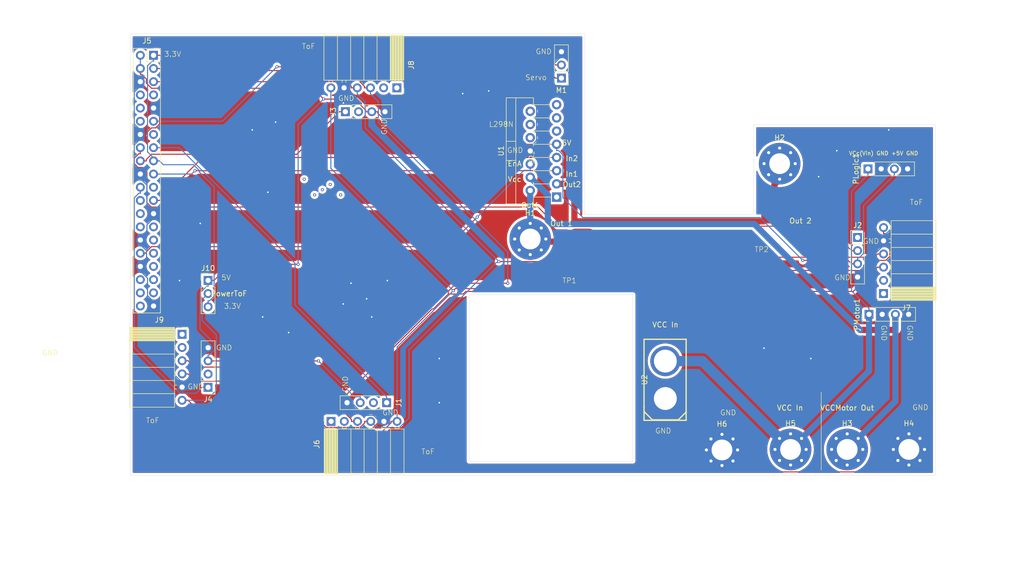
<source format=kicad_pcb>
(kicad_pcb (version 20240108) (generator "pcbnew") (generator_version "8.0")
  (layers (0 "F.Cu" signal) (31 "B.Cu" signal) (34 "B.Paste" user) (35 "F.Paste" user) (36 "B.SilkS" user "B.Silkscreen") (37 "F.SilkS" user "F.Silkscreen") (38 "B.Mask" user) (39 "F.Mask" user) (44 "Edge.Cuts" user))
  (net 0 "")
  (net 1 "Net-(U1-OUT1)")
  (net 2 "Net-(U1-OUT2)")
  (net 3 "GND")
  (net 8 "Net-(J5-GPIO17)")
  (net 9 "Net-(J5-MOSI0{slash}GPIO10)")
  (net 10 "+3.3V")
  (net 11 "Net-(J5-PWM0{slash}GPIO12)")
  (net 12 "Net-(J5-SCLK0{slash}GPIO11)")
  (net 13 "SCL")
  (net 14 "SDA")
  (net 15 "Net-(J1-Pin_1)")
  (net 16 "+5V")
  (net 17 "PowerToF")
  (net 18 "Net-(J2-Pin_2)")
  (net 19 "VCC")
  (net 20 "VCCMotor")
  (net 23 "Net-(J3-Pin_1)")
  (net 24 "Net-(J4-Pin_1)")
  (footprint "Connector_PinSocket_2.54mm:PinSocket_2x20_P2.54mm_Vertical" (layer "F.Cu") (at 44.5 34.14)
    (property "Reference" "J5")
    (property "Value" "Raspberry_Pi_2_3")
  )
  (footprint "Connector_PinHeader_2.54mm:PinHeader_1x04_P2.54mm_Vertical" (layer "F.Cu") (at 89.365 101 -90)
    (property "Reference" "J1")
    (property "Value" "Lidar1")
  )
  (footprint "Connector_PinSocket_2.54mm:PinSocket_1x06_P2.54mm_Horizontal" (layer "F.Cu") (at 185 80 180)
    (property "Reference" "J7")
    (property "Value" "ToF2")
  )
  (footprint "MountingHole:MountingHole_4mm_Pad_Via" (layer "F.Cu") (at 167.1 110)
    (property "Reference" "H5")
    (property "Value" "MountingHole_Pad")
  )
  (footprint "MountingHole:MountingHole_4mm_Pad_Via" (layer "F.Cu") (at 189.8787 110)
    (property "Reference" "H4")
    (property "Value" "MountingHole_Pad")
  )
  (footprint "Pegoku:TestPoint" (layer "F.Cu") (at 161.5358 66.5)
    (property "Reference" "TP2")
    (property "Value" "TestPoint")
  )
  (footprint "easyeda2kicad:CONN-TH_XT60" (layer "F.Cu") (at 143 96.6 90)
    (property "Reference" "U2")
    (property "Value" "XT60")
  )
  (footprint "MountingHole:MountingHole_4mm_Pad_Via" (layer "F.Cu") (at 178 110)
    (property "Reference" "H3")
    (property "Value" "MountingHole_Pad")
  )
  (footprint "MountingHole:MountingHole_4mm_Pad_Via" (layer "F.Cu") (at 153.9 110.1)
    (property "Reference" "H6")
    (property "Value" "MountingHole_Pad")
  )
  (footprint "Connector_PinSocket_2.54mm:PinSocket_1x06_P2.54mm_Horizontal" (layer "F.Cu") (at 91.325 40.4 -90)
    (property "Reference" "J8")
    (property "Value" "ToF3")
  )
  (footprint "Connector_PinHeader_2.54mm:PinHeader_1x03_P2.54mm_Vertical" (layer "F.Cu") (at 123 38.54 180)
    (property "Reference" "M1")
    (property "Value" "Motor_Servo")
  )
  (footprint "Connector_PinHeader_2.54mm:PinHeader_1x04_P2.54mm_Vertical" (layer "F.Cu") (at 180 69.2)
    (property "Reference" "J2")
    (property "Value" "Lidar2")
  )
  (footprint "Connector_PinHeader_2.54mm:PinHeader_1x04_P2.54mm_Vertical" (layer "F.Cu") (at 182.2 84 90)
    (property "Reference" "PMotor1")
    (property "Value" "~")
  )
  (footprint "Connector_PinHeader_2.54mm:PinHeader_1x04_P2.54mm_Vertical" (layer "F.Cu") (at 55 98.04 180)
    (property "Reference" "J4")
    (property "Value" "Lidar4")
  )
  (footprint "MountingHole:MountingHole_4mm_Pad_Via" (layer "F.Cu") (at 117 69.5)
    (property "Reference" "H1")
    (property "Value" "MountingHole_Pad")
  )
  (footprint "Connector_PinHeader_2.54mm:PinHeader_1x03_P2.54mm_Vertical" (layer "F.Cu") (at 55 77.46)
    (property "Reference" "J10")
    (property "Value" "Conn_01x03")
  )
  (footprint "Package_TO_SOT_THT:TO-220-15_P2.54x2.54mm_StaggerOdd_Lead4.58mm_Vertical" (layer "F.Cu") (at 122.08 61.43 90)
    (property "Reference" "U1")
    (property "Value" "L298N")
  )
  (footprint "MountingHole:MountingHole_4mm_Pad_Via" (layer "F.Cu") (at 165 55)
    (property "Reference" "H2")
    (property "Value" "MountingHole_Pad")
  )
  (footprint "Connector_PinHeader_2.54mm:PinHeader_1x04_P2.54mm_Vertical" (layer "F.Cu") (at 81.42 45 90)
    (property "Reference" "J3")
    (property "Value" "Lidar3")
  )
  (footprint "Connector_PinSocket_2.54mm:PinSocket_1x06_P2.54mm_Horizontal" (layer "F.Cu") (at 50 87.84)
    (property "Reference" "J9")
    (property "Value" "ToF4")
  )
  (footprint "Connector_PinHeader_2.54mm:PinHeader_1x04_P2.54mm_Vertical" (layer "F.Cu") (at 182 56 90)
    (property "Reference" "PLogic1")
    (property "Value" "~")
  )
  (footprint "Pegoku:TestPoint" (layer "F.Cu") (at 124.5358 72.5)
    (property "Reference" "TP1")
    (property "Value" "TestPoint")
  )
  (footprint "Connector_PinSocket_2.54mm:PinSocket_1x06_P2.54mm_Horizontal" (layer "F.Cu") (at 78.675 104.6 90)
    (property "Reference" "J6")
    (property "Value" "ToF1")
  )
  (gr_line (start 173 99) (end 173 114) (stroke (width 0.1)) (layer "F.SilkS"))
  (gr_line (start 127.5 64.75) (end 127.5 30) (stroke (width 0.05)) (layer "Edge.Cuts"))
  (gr_line (start 195 47.5) (end 195 97.5) (stroke (width 0.05)) (layer "Edge.Cuts"))
  (gr_line (start 160 64.75) (end 127.5 64.75) (stroke (width 0.05)) (layer "Edge.Cuts"))
  (gr_line (start 40 30) (end 75 30) (stroke (width 0.05)) (layer "Edge.Cuts"))
  (gr_line (start 160 47.5) (end 195 47.5) (stroke (width 0.05)) (layer "Edge.Cuts"))
  (gr_line (start 40 115) (end 40 30) (stroke (width 0.05)) (layer "Edge.Cuts"))
  (gr_line (start 160 47.5) (end 160 64.75) (stroke (width 0.05)) (layer "Edge.Cuts"))
  (gr_rect (start 105.25 80.25) (end 136.75 112.25) (stroke (width 0.05)) (fill none) (layer "Edge.Cuts"))
  (gr_line (start 195 97.5) (end 195 115) (stroke (width 0.05)) (layer "Edge.Cuts"))
  (gr_line (start 195 115) (end 40 115) (stroke (width 0.05)) (layer "Edge.Cuts"))
  (gr_line (start 75 30) (end 127.5 30) (stroke (width 0.05)) (layer "Edge.Cuts"))
  (gr_text "GND\n" (at 175.5 77.5 0) (layer "F.SilkS") (effects (font (size 1 1) (thickness 0.1)) (justify left bottom)))
  (gr_text "GND\n" (at 80 43 0) (layer "F.SilkS") (effects (font (size 1 1) (thickness 0.1)) (justify left bottom)))
  (gr_text "VCc(Vin) GND +5V GND" (at 185 53 0) (layer "F.SilkS") (effects (font (size 0.75 0.75) (thickness 0.125))))
  (gr_text "GND\n" (at 82 99 90) (layer "F.SilkS") (effects (font (size 1 1) (thickness 0.1)) (justify left bottom)))
  (gr_text "ToF\n" (at 96 111 0) (layer "F.SilkS") (effects (font (size 1 1) (thickness 0.1)) (justify left bottom)))
  (gr_text "In2" (at 125 54 0) (layer "F.SilkS") (effects (font (size 1 1))))
  (gr_text "3.3V" (at 46.5 34.5 0) (layer "F.SilkS") (effects (font (size 1 1) (thickness 0.1)) (justify left bottom)))
  (gr_text "In1" (at 125 57 0) (layer "F.SilkS") (effects (font (size 1 1))))
  (gr_text "GND\n" (at 89.5 49.5 90) (layer "F.SilkS") (effects (font (size 1 1) (thickness 0.1)) (justify left bottom)))
  (gr_text "GND\n" (at 51 98.5 0) (layer "F.SilkS") (effects (font (size 1 1) (thickness 0.1)) (justify left bottom)))
  (gr_text "3.3V" (at 58 83 0) (layer "F.SilkS") (effects (font (size 1 1) (thickness 0.1)) (justify left bottom)))
  (gr_text "PowerToF" (at 59 80 0) (layer "F.SilkS") (effects (font (size 1 1))))
  (gr_text "5V" (at 124 51 0) (layer "F.SilkS") (effects (font (size 1 1))))
  (gr_text "Vcc" (at 114 58 0) (layer "F.SilkS") (effects (font (size 1 1))))
  (gr_text "5V" (at 57.5 77.5 0) (layer "F.SilkS") (effects (font (size 1 1) (thickness 0.1)) (justify left bottom)))
  (gr_text "Out 1" (at 123 66.5 0) (layer "F.SilkS") (effects (font (size 1 1))))
  (gr_text "GND\n" (at 190.5 102.5 0) (layer "F.SilkS") (effects (font (size 1 1) (thickness 0.1)) (justify left bottom)))
  (gr_text "VCC In" (at 167 102 0) (layer "F.SilkS") (effects (font (size 1 1))))
  (gr_text "ToF\n" (at 116.63 52.515 -90) (layer "F.SilkS") (effects (font (size 1 1) (thickness 0.1)) (justify left bottom)))
  (gr_text "GND\n" (at 118 34 0) (layer "F.SilkS") (effects (font (size 1 1) (thickness 0.1)) (justify left bottom)))
  (gr_text "GND\n" (at 153.5 103.5 0) (layer "F.SilkS") (effects (font (size 1 1) (thickness 0.1)) (justify left bottom)))
  (gr_text "GND\n" (at 141 107 0) (layer "F.SilkS") (effects (font (size 1 1) (thickness 0.1)) (justify left bottom)))
  (gr_text "ToF\n" (at 73 33 0) (layer "F.SilkS") (effects (font (size 1 1) (thickness 0.1)) (justify left bottom)))
  (gr_text "GND\n" (at 189.5 86 -90) (layer "F.SilkS") (effects (font (size 1 1) (thickness 0.1)) (justify left bottom)))
  (gr_text "L298N" (at 109 48 0) (layer "F.SilkS") (effects (font (size 1 1) (thickness 0.1)) (justify left bottom)))
  (gr_text "Out1" (at 117 63 0) (layer "F.SilkS") (effects (font (size 1 1))))
  (gr_text "Servo" (at 116 39 0) (layer "F.SilkS") (effects (font (size 1 1) (thickness 0.1)) (justify left bottom)))
  (gr_text "ToF\n" (at 190 63 0) (layer "F.SilkS") (effects (font (size 1 1) (thickness 0.1)) (justify left bottom)))
  (gr_text "Out2" (at 125 59 0) (layer "F.SilkS") (effects (font (size 1 1))))
  (gr_text "GND\n" (at 56.5 91 0) (layer "F.SilkS") (effects (font (size 1 1) (thickness 0.1)) (justify left bottom)))
  (gr_text "GND\n" (at 184.5 86 -90) (layer "F.SilkS") (effects (font (size 1 1) (thickness 0.1)) (justify left bottom)))
  (gr_text "GND\n" (at 181 70.5 0) (layer "F.SilkS") (effects (font (size 1 1) (thickness 0.1)) (justify left bottom)))
  (gr_text "EnA" (at 114 55 0) (layer "F.SilkS") (effects (font (size 1 1))))
  (gr_text "ToF\n" (at 43 105 0) (layer "F.SilkS") (effects (font (size 1 1) (thickness 0.1)) (justify left bottom)))
  (gr_text "VCC In" (at 143 86 0) (layer "F.SilkS") (effects (font (size 1 1))))
  (gr_text "VCCMotor Out" (at 178 102 0) (layer "F.SilkS") (effects (font (size 1 1))))
  (gr_text "GND\n" (at 88.5 103.5 0) (layer "F.SilkS") (effects (font (size 1 1) (thickness 0.1)) (justify left bottom)))
  (gr_text "Out 2" (at 169 66 0) (layer "F.SilkS") (effects (font (size 1 1))))
  (gr_text "GND\n" (at 23 92 0) (layer "F.SilkS") (effects (font (size 1 1) (thickness 0.1)) (justify left bottom)))
  (gr_text "GND\n" (at 112.5 53 0) (layer "F.SilkS") (effects (font (size 1 1) (thickness 0.1)) (justify left bottom)))
  (via (at 73.5 58) (size 0.6) (drill 0.3) (layers "F.Cu" "B.Cu") (net 0))
  (via (at 77 60) (size 0.6) (drill 0.3) (layers "F.Cu" "B.Cu") (net 0))
  (via (at 80.5 61) (size 0.6) (drill 0.3) (layers "F.Cu" "B.Cu") (net 0))
  (via (at 78.5 59) (size 0.6) (drill 0.3) (layers "F.Cu" "B.Cu") (net 0))
  (via (at 75.5 61) (size 0.6) (drill 0.3) (layers "F.Cu" "B.Cu") (net 0))
  (segment (start 120.5 70) (end 120 69.5) (width 0.2) (layer "F.Cu") (net 1))
  (segment (start 117.25 69.75) (end 117 69.5) (width 1.2) (layer "F.Cu") (net 1))
  (segment (start 117.25 69.75) (end 114.25 69.75) (width 0.2) (layer "F.Cu") (net 1))
  (segment (start 127 70) (end 120.5 70) (width 1.2) (layer "F.Cu") (net 1))
  (segment (start 117.5 70) (end 117.25 69.75) (width 1.2) (layer "F.Cu") (net 1))
  (segment (start 120.5 70) (end 117.5 70) (width 1.2) (layer "F.Cu") (net 1))
  (segment (start 114.25 69.75) (end 114 69.5) (width 0.2) (layer "F.Cu") (net 1))
  (segment (start 127 70) (end 127.0001 70) (width 0.2) (layer "F.Cu") (net 1))
  (segment (start 120 69.5) (end 119.1213 68.6213) (width 0.2) (layer "B.Cu") (net 1))
  (segment (start 114.8787 67.3787) (end 114 68.2574) (width 0.2) (layer "B.Cu") (net 1))
  (segment (start 114 70.7426) (end 114 69.5) (width 0.2) (layer "B.Cu") (net 1))
  (segment (start 119.1213 70.3787) (end 119.1213 71.6213) (width 0.2) (layer "B.Cu") (net 1))
  (segment (start 119.1213 68.6213) (end 119.1213 67.3787) (width 0.2) (layer "B.Cu") (net 1))
  (segment (start 117 72.5) (end 117 69.5) (width 0.2) (layer "B.Cu") (net 1))
  (segment (start 117 69.5) (end 117 66.5) (width 1.2) (layer "B.Cu") (net 1))
  (segment (start 117 66.5) (end 117 60.16) (width 1.2) (layer "B.Cu") (net 1))
  (segment (start 114 68.2574) (end 114 69.5) (width 0.2) (layer "B.Cu") (net 1))
  (segment (start 120 69.5) (end 119.1213 70.3787) (width 0.2) (layer "B.Cu") (net 1))
  (segment (start 114.8787 71.6213) (end 114 70.7426) (width 0.2) (layer "B.Cu") (net 1))
  (segment (start 162.95 65.05) (end 162.9501 65.05) (width 0.2) (layer "F.Cu") (net 2))
  (segment (start 168 55) (end 165 55) (width 0.2) (layer "F.Cu") (net 2))
  (segment (start 125.5 59) (end 125.5 66) (width 1.2) (layer "F.Cu") (net 2))
  (segment (start 161.9 66.1) (end 162.95 65.05) (width 1.2) (layer "F.Cu") (net 2))
  (segment (start 125.5 66) (end 125.6 66.1) (width 1.2) (layer "F.Cu") (net 2))
  (segment (start 125.39 58.89) (end 125.5 59) (width 1.2) (layer "F.Cu") (net 2))
  (segment (start 122.08 58.89) (end 125.39 58.89) (width 1.2) (layer "F.Cu") (net 2))
  (segment (start 164 59) (end 165 58) (width 1.2) (layer "F.Cu") (net 2))
  (segment (start 165 55) (end 162 55) (width 0.2) (layer "F.Cu") (net 2))
  (segment (start 164 64) (end 164 59) (width 1.2) (layer "F.Cu") (net 2))
  (segment (start 125.6 66.1) (end 161.9 66.1) (width 1.2) (layer "F.Cu") (net 2))
  (segment (start 162.9501 65.05) (end 164.0001 64) (width 0.2) (layer "F.Cu") (net 2))
  (segment (start 162.95 65.05) (end 164 64) (width 1.2) (layer "F.Cu") (net 2))
  (segment (start 165 52) (end 165 55) (width 0.2) (layer "B.Cu") (net 2))
  (segment (start 162.8787 52.8787) (end 162 53.7574) (width 0.2) (layer "B.Cu") (net 2))
  (segment (start 168 55) (end 167.1213 55.8787) (width 0.2) (layer "B.Cu") (net 2))
  (segment (start 162 53.7574) (end 162 55) (width 0.2) (layer "B.Cu") (net 2))
  (segment (start 167.1213 55.8787) (end 167.1213 57.1213) (width 0.2) (layer "B.Cu") (net 2))
  (segment (start 168 55) (end 167.1213 54.1213) (width 0.2) (layer "B.Cu") (net 2))
  (segment (start 162 56.2426) (end 162 55) (width 0.2) (layer "B.Cu") (net 2))
  (segment (start 167.1213 54.1213) (end 167.1213 52.8787) (width 0.2) (layer "B.Cu") (net 2))
  (segment (start 165 58) (end 165 55) (width 0.2) (layer "B.Cu") (net 2))
  (segment (start 162.8787 57.1213) (end 162 56.2426) (width 0.2) (layer "B.Cu") (net 2))
  (segment (start 88.8349 104.6) (end 88.8348 104.6) (width 0.2) (layer "F.Cu") (net 3))
  (segment (start 185.562 114.3167) (end 187.7574 112.1213) (width 0.2) (layer "F.Cu") (net 3))
  (segment (start 43.1117 49.38) (end 43.1117 49.1115) (width 0.2) (layer "F.Cu") (net 3))
  (segment (start 89.04 45) (end 86.2123 42.1723) (width 0.2) (layer "F.Cu") (net 3))
  (segment (start 82.9373 42.1723) (end 81.165 40.4) (width 0.2) (layer "F.Cu") (net 3))
  (segment (start 88.7631 104.6) (end 88.6911 104.6) (width 0.2) (layer "F.Cu") (net 3))
  (segment (start 88.8306 104.6) (end 88.8261 104.6) (width 0.2) (layer "F.Cu") (net 3))
  (segment (start 45.6517 47.3593) (end 45.6517 44.3) (width 0.2) (layer "F.Cu") (net 3))
  (segment (start 51.1517 98) (end 59.3087 106.157) (width 0.2) (layer "F.Cu") (net 3))
  (segment (start 44.1131 48.1101) (end 44.9009 48.1101) (width 0.2) (layer "F.Cu") (net 3))
  (segment (start 46.6336 43.3181) (end 81.0348 43.3181) (width 0.2) (layer "F.Cu") (net 3))
  (segment (start 88.8261 104.6) (end 88.8171 104.6) (width 0.2) (layer "F.Cu") (net 3))
  (segment (start 87.6833 104.8685) (end 87.6833 104.6) (width 0.2) (layer "F.Cu") (net 3))
  (segment (start 86.2123 42.1723) (end 82.9373 42.1723) (width 0.2) (layer "F.Cu") (net 3))
  (segment (start 43.1117 49.1115) (end 44.1131 48.1101) (width 0.2) (layer "F.Cu") (net 3))
  (segment (start 44.9009 48.1101) (end 45.6517 47.3593) (width 0.2) (layer "F.Cu") (net 3))
  (segment (start 88.8328 104.6) (end 88.8306 104.6) (width 0.2) (layer "F.Cu") (net 3))
  (segment (start 59.3087 106.157) (end 86.3948 106.157) (width 0.2) (layer "F.Cu") (net 3))
  (segment (start 88.5471 104.6) (end 88.2592 104.6) (width 0.2) (layer "F.Cu") (net 3))
  (segment (start 156.0213 112.2213) (end 158.1167 114.3167) (width 0.2) (layer "F.Cu") (net 3))
  (segment (start 153.9 110.1) (end 150.9 110.1) (width 0.2) (layer "F.Cu") (net 3))
  (segment (start 88.2592 104.6) (end 87.6833 104.6) (width 0.2) (layer "F.Cu") (net 3))
  (segment (start 88.8171 104.6) (end 88.7991 104.6) (width 0.2) (layer "F.Cu") (net 3))
  (segment (start 86.3948 106.157) (end 87.6833 104.8685) (width 0.2) (layer "F.Cu") (net 3))
  (segment (start 88.8348 104.6) (end 88.8345 104.6) (width 0.2) (layer "F.Cu") (net 3))
  (segment (start 45.6517 44.3) (end 46.6336 43.3181) (width 0.2) (layer "F.Cu") (net 3))
  (segment (start 189.8787 110) (end 186.8787 110) (width 0.2) (layer "F.Cu") (net 3))
  (segment (start 88.8339 104.6) (end 88.8328 104.6) (width 0.2) (layer "F.Cu") (net 3))
  (segment (start 88.835 104.6) (end 88.8349 104.6) (width 0.2) (layer "F.Cu") (net 3))
  (segment (start 192.8787 110) (end 189.8787 110) (width 0.2) (layer "F.Cu") (net 3))
  (segment (start 88.8345 104.6) (end 88.8339 104.6) (width 0.2) (layer "F.Cu") (net 3))
  (segment (start 50 98) (end 51.1517 98) (width 0.2) (layer "F.Cu") (net 3))
  (segment (start 44.5 44.3) (end 45.6517 44.3) (width 0.2) (layer "F.Cu") (net 3))
  (segment (start 41.96 49.38) (end 43.1117 49.38) (width 0.2) (layer "F.Cu") (net 3))
  (segment (start 88.6911 104.6) (end 88.5471 104.6) (width 0.2) (layer "F.Cu") (net 3))
  (segment (start 156.9 110.1) (end 153.9 110.1) (width 0.2) (layer "F.Cu") (net 3))
  (segment (start 88.7991 104.6) (end 88.7631 104.6) (width 0.2) (layer "F.Cu") (net 3))
  (segment (start 158.1167 114.3167) (end 185.562 114.3167) (width 0.2) (layer "F.Cu") (net 3))
  (via (at 186 48.5) (size 0.6) (drill 0.3) (layers "F.Cu" "B.Cu") (net 3))
  (via (at 85.5 81) (size 0.6) (drill 0.3) (layers "F.Cu" "B.Cu") (net 3))
  (via (at 68 47) (size 0.6) (drill 0.3) (layers "F.Cu" "B.Cu") (net 3))
  (via (at 70.5 87.5) (size 0.6) (drill 0.3) (layers "F.Cu" "B.Cu") (net 3))
  (via (at 104 41.5) (size 0.6) (drill 0.3) (layers "F.Cu" "B.Cu") (net 3))
  (via (at 53.5 66.5) (size 0.6) (drill 0.3) (layers "F.Cu" "B.Cu") (net 3))
  (via (at 81.0348 43.3181) (size 0.6) (drill 0.3) (layers "F.Cu" "B.Cu") (net 3))
  (via (at 109 41) (size 0.6) (drill 0.3) (layers "F.Cu" "B.Cu") (net 3))
  (via (at 82.5 78) (size 0.6) (drill 0.3) (layers "F.Cu" "B.Cu") (net 3))
  (via (at 49.5 77.5) (size 0.6) (drill 0.3) (layers "F.Cu" "B.Cu") (net 3))
  (via (at 65.5 84.5) (size 0.6) (drill 0.3) (layers "F.Cu" "B.Cu") (net 3))
  (via (at 171 92.5) (size 0.6) (drill 0.3) (layers "F.Cu" "B.Cu") (net 3))
  (via (at 89.5 77.5) (size 0.6) (drill 0.3) (layers "F.Cu" "B.Cu") (net 3))
  (via (at 99.5 92.5) (size 0.6) (drill 0.3) (layers "F.Cu" "B.Cu") (net 3))
  (via (at 81 82) (size 0.6) (drill 0.3) (layers "F.Cu" "B.Cu") (net 3))
  (via (at 86.5 84.5) (size 0.6) (drill 0.3) (layers "F.Cu" "B.Cu") (net 3))
  (via (at 63.5 48.5) (size 0.6) (drill 0.3) (layers "F.Cu" "B.Cu") (net 3))
  (via (at 99.5 101) (size 0.6) (drill 0.3) (layers "F.Cu" "B.Cu") (net 3))
  (via (at 172.5 57.5) (size 0.6) (drill 0.3) (layers "F.Cu" "B.Cu") (net 3))
  (via (at 162 90.5) (size 0.6) (drill 0.3) (layers "F.Cu" "B.Cu") (net 3))
  (via (at 66.5 60.5) (size 0.6) (drill 0.3) (layers "F.Cu" "B.Cu") (net 3))
  (via (at 176 52.5) (size 0.6) (drill 0.3) (layers "F.Cu" "B.Cu") (net 3))
  (segment (start 192.8787 110) (end 192 110.8787) (width 0.2) (layer "B.Cu") (net 3))
  (segment (start 189.8787 109.9997) (end 189.879 110) (width 1.2) (layer "B.Cu") (net 3))
  (segment (start 186.8787 111.2426) (end 186.8787 110) (width 0.2) (layer "B.Cu") (net 3))
  (segment (start 41.96 70.0012) (end 43.23 68.7312) (width 0.2) (layer "B.Cu") (net 3))
  (segment (start 189.82 104.5554) (end 189.8787 104.6141) (width 0.2) (layer "B.Cu") (net 3))
  (segment (start 49.6891 96.778) (end 49.9298 96.778) (width 0.2) (layer "B.Cu") (net 3))
  (segment (start 143 100.2) (end 150.2 100.2) (width 2) (layer "B.Cu") (net 3))
  (segment (start 184.54 56) (end 185.6917 56) (width 0.2) (layer "B.Cu") (net 3))
  (segment (start 44.5 65.1958) (end 44.5 64.9212) (width 0.2) (layer "B.Cu") (net 3))
  (segment (start 49.9298 96.778) (end 49.9298 96.7781) (width 0.2) (layer "B.Cu") (net 3))
  (segment (start 186.39 82.35) (end 188.17 82.35) (width 1.2) (layer "B.Cu") (net 3))
  (segment (start 44.2315 65.7717) (end 44.5 65.7717) (width 0.2) (layer "B.Cu") (net 3))
  (segment (start 51.988 95.8544) (end 50 97.8424) (width 0.2) (layer "B.Cu") (net 3))
  (segment (start 43.1506 73.8906) (end 43.1506 71.7738) (width 0.2) (layer "B.Cu") (net 3))
  (segment (start 189.82 109.941) (end 189.8787 109.9997) (width 1.2) (layer "B.Cu") (net 3))
  (segment (start 41.96 74.78) (end 41.96 75.0812) (width 0.2) (layer "B.Cu") (net 3))
  (segment (start 192.8787 110) (end 192 109.1213) (width 0.2) (layer "B.Cu") (net 3))
  (segment (start 180 78.1083) (end 184.74 82.8483) (width 0.2) (layer "B.Cu") (net 3))
  (segment (start 150.9 108.8574) (end 150.9 110.1) (width 0.2) (layer "B.Cu") (net 3))
  (segment (start 185.6917 55.7315) (end 185.6917 56) (width 0.2) (layer "B.Cu") (net 3))
  (segment (start 41.96 57.5758) (end 41.96 57.3012) (width 0.2) (layer "B.Cu") (net 3))
  (segment (start 41.96 70.2758) (end 41.96 70.0012) (width 0.2) (layer "B.Cu") (net 3))
  (segment (start 192 109.1213) (end 192 107.8787) (width 0.2) (layer "B.Cu") (net 3))
  (segment (start 43.23 59.1532) (end 42.2285 58.1517) (width 0.2) (layer "B.Cu") (net 3))
  (segment (start 41.6721 40.3717) (end 40.8019 41.2419) (width 0.2) (layer "B.Cu") (net 3))
  (segment (start 117 51.9771) (end 117 51.3383) (width 0.2) (layer "B.Cu") (net 3))
  (segment (start 189.8787 113) (end 189.8787 110) (width 0.2) (layer "B.Cu") (net 3))
  (segment (start 42.2285 70.8517) (end 41.96 70.8517) (width 0.2) (layer "B.Cu") (net 3))
  (segment (start 43.23 63.6512) (end 43.23 59.1532) (width 0.2) (layer "B.Cu") (net 3))
  (segment (start 44.5 91.5889) (end 49.6891 96.778) (width 0.2) (layer "B.Cu") (net 3))
  (segment (start 41.96 57.5758) (end 41.96 58.1517) (width 0.2) (layer "B.Cu") (net 3))
  (segment (start 44.212 81.2483) (end 43.3483 80.3846) (width 0.2) (layer "B.Cu") (net 3))
  (segment (start 188.4683 55.7121) (end 187.5878 54.8316) (width 0.2) (layer "B.Cu") (net 3))
  (segment (start 153.9 113.1) (end 153.9 110.1) (width 0.2) (layer "B.Cu") (net 3))
  (segment (start 118.2017 50.5122) (end 118.2017 39.1415) (width 0.2) (layer "B.Cu") (net 3))
  (segment (start 188.4683 56) (end 188.4683 55.7121) (width 0.2) (layer "B.Cu") (net 3))
  (segment (start 88.835 104.6) (end 87.6833 104.6) (width 0.2) (layer "B.Cu") (net 3))
  (segment (start 41.96 57.3012) (end 40.7975 56.1387) (width 0.2) (layer "B.Cu") (net 3))
  (segment (start 151.7787 107.9787) (end 150.9 108.8574) (width 0.2) (layer "B.Cu") (net 3))
  (segment (start 40.8019 41.2419) (end 40.8019 47.3387) (width 0.2) (layer "B.Cu") (net 3))
  (segment (start 189.0442 56) (end 189.0442 64.9126) (width 0.2) (layer "B.Cu") (net 3))
  (segment (start 43.3483 77.0515) (end 42.2285 75.9317) (width 0.2) (layer "B.Cu") (net 3))
  (segment (start 189.62 56) (end 189.0442 56) (width 0.2) (layer "B.Cu") (net 3))
  (segment (start 156.0213 110.9787) (end 156.0213 112.2213) (width 0.2) (layer "B.Cu") (net 3))
  (segment (start 44.5 65.1958) (end 44.5 65.7717) (width 0.2) (layer "B.Cu") (net 3))
  (segment (start 117 51.9771) (end 110.0229 45) (width 0.2) (layer "B.Cu") (net 3))
  (segment (start 117 51.3383) (end 117.3756 51.3383) (width 0.2) (layer "B.Cu") (net 3))
  (segment (start 192 110.8787) (end 192 112.1213) (width 0.2) (layer "B.Cu") (net 3))
  (segment (start 44.5 64.62) (end 44.5 64.9212) (width 0.2) (layer "B.Cu") (net 3))
  (segment (start 156.9 110.1) (end 156.0213 109.2213) (width 0.2) (layer "B.Cu") (net 3))
  (segment (start 81.165 40.4) (end 81.165 43.1879) (width 0.2) (layer "B.Cu") (net 3))
  (segment (start 186.8787 108.7574) (end 186.8787 110) (width 0.2) (layer "B.Cu") (net 3))
  (segment (start 189.82 104.5554) (end 189.82 109.941) (width 1.2) (layer "B.Cu") (net 3))
  (segment (start 180 75.6683) (end 180.3292 75.6683) (width 0.2) (layer "B.Cu") (net 3))
  (segment (start 81.165 43.1879) (end 81.0348 43.3181) (width 0.2) (layer "B.Cu") (net 3))
  (segment (start 41.96 75.3558) (end 41.96 75.9317) (width 0.2) (layer "B.Cu") (net 3))
  (segment (start 153.9 107.1) (end 153.9 110.1) (width 2) (layer "B.Cu") (net 3))
  (segment (start 118.2017 39.1415) (end 122.7315 34.6117) (width 0.2) (layer "B.Cu") (net 3))
  (segment (start 41.6915 50.5317) (end 41.96 50.5317) (width 0.2) (layer "B.Cu") (net 3))
  (segment (start 180 76.82) (end 180 75.6683) (width 0.2) (layer "B.Cu") (net 3))
  (segment (start 110.0229 45) (end 89.04 45) (width 0.2) (layer "B.Cu") (net 3))
  (segment (start 180 76.82) (end 180 78.1083) (width 0.2) (layer "B.Cu") (net 3))
  (segment (start 40.8019 47.3387) (end 41.6915 48.2283) (width 0.2) (layer "B.Cu") (net 3))
  (segment (start 185 69.84) (end 185 68.6883) (width 0.2) (layer "B.Cu") (net 3))
  (segment (start 43.23 68.7312) (end 43.23 66.7732) (width 0.2) (layer "B.Cu") (net 3))
  (segment (start 40.7975 56.1387) (end 40.7975 51.4257) (width 0.2) (layer "B.Cu") (net 3))
  (segment (start 43.3483 80.3846) (end 43.3483 77.0515) (width 0.2) (layer "B.Cu") (net 3))
  (segment (start 189.0442 64.9126) (end 185.2685 68.6883) (width 0.2) (layer "B.Cu") (net 3))
  (segment (start 41.96 57) (end 41.96 57.3012) (width 0.2) (layer "B.Cu") (net 3))
  (segment (start 41.96 69.7) (end 41.96 70.0012) (width 0.2) (layer "B.Cu") (net 3))
  (segment (start 41.96 39.22) (end 41.96 40.3717) (width 0.2) (layer "B.Cu") (net 3))
  (segment (start 123 33.46) (end 123 34.6117) (width 0.2) (layer "B.Cu") (net 3))
  (segment (start 50 98) (end 50 97.8424) (width 0.2) (layer "B.Cu") (net 3))
  (segment (start 117.3756 51.3383) (end 118.2017 50.5122) (width 0.2) (layer "B.Cu") (net 3))
  (segment (start 82.8967 101.2685) (end 82.8967 101) (width 0.2) (layer "B.Cu") (net 3))
  (segment (start 44.5 82.4) (end 44.5 91.5889) (width 0.2) (layer "B.Cu") (net 3))
  (segment (start 180.3292 75.6683) (end 181.1517 74.8458) (width 0.2) (layer "B.Cu") (net 3))
  (segment (start 42.2285 75.9317) (end 41.96 75.9317) (width 0.2) (layer "B.Cu") (net 3))
  (segment (start 87.6833 104.312) (end 86.8196 103.4483) (width 0.2) (layer "B.Cu") (net 3))
  (segment (start 156.0213 109.2213) (end 156.0213 107.9787) (width 0.2) (layer "B.Cu") (net 3))
  (segment (start 41.6915 48.2283) (end 41.96 48.2283) (width 0.2) (layer "B.Cu") (net 3))
  (segment (start 187.7574 112.1213) (end 186.8787 111.2426) (width 0.2) (layer "B.Cu") (net 3))
  (segment (start 81.745 101) (end 82.8967 101) (width 0.2) (layer "B.Cu") (net 3))
  (segment (start 41.96 49.38) (end 41.96 48.2283) (width 0.2) (layer "B.Cu") (net 3))
  (segment (start 150.2 100.2) (end 153.9 103.9) (width 2) (layer "B.Cu") (net 3))
  (segment (start 41.96 49.38) (end 41.96 50.5317) (width 0.2) (layer "B.Cu") (net 3))
  (segment (start 117 52.54) (end 117 51.9771) (width 0.2) (layer "B.Cu") (net 3))
  (segment (start 43.23 66.7732) (end 44.2315 65.7717) (width 0.2) (layer "B.Cu") (net 3))
  (segment (start 184.74 84) (end 184.74 82.8483) (width 0.2) (layer "B.Cu") (net 3))
  (segment (start 87.6833 104.6) (end 87.6833 104.312) (width 0.2) (layer "B.Cu") (net 3))
  (segment (start 44.5 81.2483) (end 44.212 81.2483) (width 0.2) (layer "B.Cu") (net 3))
  (segment (start 156.9 110.1) (end 156.0213 110.9787) (width 0.2) (layer "B.Cu") (net 3))
  (segment (start 186.5916 54.8316) (end 185.6917 55.7315) (width 0.2) (layer "B.Cu") (net 3))
  (segment (start 44.5 82.4) (end 44.5 81.2483) (width 0.2) (layer "B.Cu") (net 3))
  (segment (start 181.1517 74.8458) (end 181.1517 74.5715) (width 0.2) (layer "B.Cu") (net 3))
  (segment (start 187.7574 107.8787) (end 186.8787 108.7574) (width 0.2) (layer "B.Cu") (net 3))
  (segment (start 50 97.8424) (end 50 96.8483) (width 0.2) (layer "B.Cu") (net 3))
  (segment (start 49.9298 96.7781) (end 50 96.8483) (width 0.2) (layer "B.Cu") (net 3))
  (segment (start 41.96 75.0812) (end 43.1506 73.8906) (width 0.2) (layer "B.Cu") (net 3))
  (segment (start 153.9 103.9) (end 153.9 107.1) (width 2) (layer "B.Cu") (net 3))
  (segment (start 151.7787 112.2213) (end 150.9 111.3426) (width 0.2) (layer "B.Cu") (net 3))
  (segment (start 42.2285 58.1517) (end 41.96 58.1517) (width 0.2) (layer "B.Cu") (net 3))
  (segment (start 185.2685 68.6883) (end 185 68.6883) (width 0.2) (layer "B.Cu") (net 3))
  (segment (start 41.96 40.3717) (end 41.6721 40.3717) (width 0.2) (layer "B.Cu") (net 3))
  (segment (start 122.7315 34.6117) (end 123 34.6117) (width 0.2) (layer "B.Cu") (net 3))
  (segment (start 187.5878 54.8316) (end 186.5916 54.8316) (width 0.2) (layer "B.Cu") (net 3))
  (segment (start 85.0765 103.4483) (end 82.8967 101.2685) (width 0.2) (layer "B.Cu") (net 3))
  (segment (start 188.17 82.35) (end 189.82 84) (width 1.2) (layer "B.Cu") (net 3))
  (segment (start 189.8787 104.6141) (end 189.8787 107) (width 0.2) (layer "B.Cu") (net 3))
  (segment (start 189.8787 109.9997) (end 189.8787 110) (width 0.2) (layer "B.Cu") (net 3))
  (segment (start 189.0442 56) (end 188.4683 56) (width 0.2) (layer "B.Cu") (net 3))
  (segment (start 41.96 70.2758) (end 41.96 70.8517) (width 0.2) (layer "B.Cu") (net 3))
  (segment (start 43.1506 71.7738) (end 42.2285 70.8517) (width 0.2) (layer "B.Cu") (net 3))
  (segment (start 40.7975 51.4257) (end 41.6915 50.5317) (width 0.2) (layer "B.Cu") (net 3))
  (segment (start 55 90.9958) (end 51.988 94.0078) (width 0.2) (layer "B.Cu") (net 3))
  (segment (start 55 90.42) (end 55 90.9958) (width 0.2) (layer "B.Cu") (net 3))
  (segment (start 150.9 111.3426) (end 150.9 110.1) (width 0.2) (layer "B.Cu") (net 3))
  (segment (start 181.1517 74.5715) (end 184.7315 70.9917) (width 0.2) (layer "B.Cu") (net 3))
  (segment (start 51.988 94.0078) (end 51.988 95.8544) (width 0.2) (layer "B.Cu") (net 3))
  (segment (start 44.5 64.9212) (end 43.23 63.6512) (width 0.2) (layer "B.Cu") (net 3))
  (segment (start 41.96 75.3558) (end 41.96 75.0812) (width 0.2) (layer "B.Cu") (net 3))
  (segment (start 86.8196 103.4483) (end 85.0765 103.4483) (width 0.2) (layer "B.Cu") (net 3))
  (segment (start 189.82 84) (end 189.82 104.5554) (width 1.2) (layer "B.Cu") (net 3))
  (segment (start 184.7315 70.9917) (end 185 70.9917) (width 0.2) (layer "B.Cu") (net 3))
  (segment (start 184.74 84) (end 186.39 82.35) (width 1.2) (layer "B.Cu") (net 3))
  (segment (start 185 69.84) (end 185 70.9917) (width 0.2) (layer "B.Cu") (net 3))
  (segment (start 68.2547 36.34) (end 119.6483 36.34) (width 0.2) (layer "F.Cu") (net 8))
  (segment (start 119.6483 36.34) (end 121.8483 38.54) (width 0.2) (layer "F.Cu") (net 8))
  (segment (start 123 38.54) (end 121.8483 38.54) (width 0.2) (layer "F.Cu") (net 8))
  (via (at 68.2547 36.34) (size 0.6) (drill 0.3) (layers "F.Cu" "B.Cu") (net 8))
  (segment (start 44.5 46.84) (end 57.7547 46.84) (width 0.2) (layer "B.Cu") (net 8))
  (segment (start 57.7547 46.84) (end 68.2547 36.34) (width 0.2) (layer "B.Cu") (net 8))
  (segment (start 52.4703 56.35) (end 122.08 56.35) (width 0.2) (layer "F.Cu") (net 9))
  (via (at 52.4703 56.35) (size 0.6) (drill 0.3) (layers "F.Cu" "B.Cu") (net 9))
  (segment (start 44.5 57) (end 51.8203 57) (width 0.2) (layer "B.Cu") (net 9))
  (segment (start 51.8203 57) (end 52.4703 56.35) (width 0.2) (layer "B.Cu") (net 9))
  (segment (start 121.8483 36) (end 119.9883 34.14) (width 0.2) (layer "F.Cu") (net 10))
  (segment (start 123 36) (end 121.8483 36) (width 0.2) (layer "F.Cu") (net 10))
  (segment (start 44.5 34.14) (end 45.6517 34.14) (width 0.2) (layer "F.Cu") (net 10))
  (segment (start 119.9883 34.14) (end 45.6517 34.14) (width 0.2) (layer "F.Cu") (net 10))
  (segment (start 56.1565 80.5197) (end 56.1565 59.4514) (width 0.2) (layer "B.Cu") (net 10))
  (segment (start 43.3483 36.1554) (end 44.212 35.2917) (width 0.2) (layer "B.Cu") (net 10))
  (segment (start 55.2879 81.3883) (end 56.1565 80.5197) (width 0.2) (layer "B.Cu") (net 10))
  (segment (start 43.3483 52.7324) (end 43.3483 36.1554) (width 0.2) (layer "B.Cu") (net 10))
  (segment (start 44.212 35.2917) (end 44.5 35.2917) (width 0.2) (layer "B.Cu") (net 10))
  (segment (start 45.0759 54.46) (end 43.3483 52.7324) (width 0.2) (layer "B.Cu") (net 10))
  (segment (start 46.3879 55.1962) (end 45.6517 54.46) (width 0.2) (layer "B.Cu") (net 10))
  (segment (start 44.5 54.46) (end 45.0759 54.46) (width 0.2) (layer "B.Cu") (net 10))
  (segment (start 53.3507 56.6456) (end 53.3507 56.3624) (width 0.2) (layer "B.Cu") (net 10))
  (segment (start 56.1565 59.4514) (end 53.3507 56.6456) (width 0.2) (layer "B.Cu") (net 10))
  (segment (start 45.0759 54.46) (end 45.6517 54.46) (width 0.2) (layer "B.Cu") (net 10))
  (segment (start 44.5 34.14) (end 44.5 35.2917) (width 0.2) (layer "B.Cu") (net 10))
  (segment (start 55 82.54) (end 55 81.3883) (width 0.2) (layer "B.Cu") (net 10))
  (segment (start 55 81.3883) (end 55.2879 81.3883) (width 0.2) (layer "B.Cu") (net 10))
  (segment (start 53.3507 56.3624) (end 52.1845 55.1962) (width 0.2) (layer "B.Cu") (net 10))
  (segment (start 52.1845 55.1962) (end 46.3879 55.1962) (width 0.2) (layer "B.Cu") (net 10))
  (segment (start 43.1117 72.24) (end 43.1117 71.9715) (width 0.2) (layer "F.Cu") (net 11))
  (segment (start 101.11 70.97) (end 106.7991 65.2809) (width 0.2) (layer "F.Cu") (net 11))
  (segment (start 43.1117 71.9715) (end 44.1132 70.97) (width 0.2) (layer "F.Cu") (net 11))
  (segment (start 44.1132 70.97) (end 101.11 70.97) (width 0.2) (layer "F.Cu") (net 11))
  (segment (start 41.96 72.24) (end 43.1117 72.24) (width 0.2) (layer "F.Cu") (net 11))
  (via (at 106.7991 65.2809) (size 0.6) (drill 0.3) (layers "F.Cu" "B.Cu") (net 11))
  (segment (start 117 55.08) (end 117 56.2817) (width 0.2) (layer "B.Cu") (net 11))
  (segment (start 117 56.2817) (end 115.7983 56.2817) (width 0.2) (layer "B.Cu") (net 11))
  (segment (start 115.7983 56.2817) (end 106.7991 65.2809) (width 0.2) (layer "B.Cu") (net 11))
  (segment (start 53.9217 53.81) (end 45.6517 62.08) (width 0.2) (layer "F.Cu") (net 12))
  (segment (start 44.5 62.08) (end 45.6517 62.08) (width 0.2) (layer "F.Cu") (net 12))
  (segment (start 122.08 53.81) (end 53.9217 53.81) (width 0.2) (layer "F.Cu") (net 12))
  (segment (start 44.5 39.22) (end 81.6612 39.22) (width 0.2) (layer "F.Cu") (net 13))
  (segment (start 86.295 104.6) (end 85.1433 104.6) (width 0.2) (layer "F.Cu") (net 13))
  (segment (start 77.7 105.7517) (end 68.7982 96.8499) (width 0.2) (layer "F.Cu") (net 13))
  (segment (start 68.7982 96.8498) (end 52.5415 96.8498) (width 0.2) (layer "F.Cu") (net 13))
  (segment (start 185 72.38) (end 183.8483 72.38) (width 0.2) (layer "F.Cu") (net 13))
  (segment (start 82.5533 40.1121) (end 82.5533 40.4) (width 0.2) (layer "F.Cu") (net 13))
  (segment (start 83.705 40.4) (end 82.5533 40.4) (width 0.2) (layer "F.Cu") (net 13))
  (segment (start 52.5415 96.8498) (end 51.1517 95.46) (width 0.2) (layer "F.Cu") (net 13))
  (segment (start 50 95.46) (end 51.1517 95.46) (width 0.2) (layer "F.Cu") (net 13))
  (segment (start 84.2796 105.7517) (end 77.7 105.7517) (width 0.2) (layer "F.Cu") (net 13))
  (segment (start 183.8483 72.38) (end 183.2201 73.0082) (width 0.2) (layer "F.Cu") (net 13))
  (segment (start 183.2201 73.0082) (end 120.0901 73.0082) (width 0.2) (layer "F.Cu") (net 13))
  (segment (start 85.1433 104.6) (end 85.1433 104.888) (width 0.2) (layer "F.Cu") (net 13))
  (segment (start 120.0901 73.0082) (end 119.2569 73.8414) (width 0.2) (layer "F.Cu") (net 13))
  (segment (start 68.7982 96.8499) (end 68.7982 96.8498) (width 0.2) (layer "F.Cu") (net 13))
  (segment (start 81.6612 39.22) (end 82.5533 40.1121) (width 0.2) (layer "F.Cu") (net 13))
  (segment (start 119.2569 73.8414) (end 110.9632 73.8414) (width 0.2) (layer "F.Cu") (net 13))
  (segment (start 85.1433 104.888) (end 84.2796 105.7517) (width 0.2) (layer "F.Cu") (net 13))
  (via (at 110.9632 73.8414) (size 0.6) (drill 0.3) (layers "F.Cu" "B.Cu") (net 13))
  (segment (start 87.4714 105.7764) (end 91.8453 105.7764) (width 0.2) (layer "B.Cu") (net 13))
  (segment (start 93.6521 90.8479) (end 110.5 74) (width 0.2) (layer "B.Cu") (net 13))
  (segment (start 110.5 74) (end 110.8046 74) (width 0.2) (layer "B.Cu") (net 13))
  (segment (start 85.23 43.0767) (end 85.23 48.1082) (width 0.2) (layer "B.Cu") (net 13))
  (segment (start 83.705 40.4) (end 83.705 41.5517) (width 0.2) (layer "B.Cu") (net 13))
  (segment (start 91.8453 105.7764) (end 93.6521 103.9696) (width 0.2) (layer "B.Cu") (net 13))
  (segment (start 83.705 41.5517) (end 85.23 43.0767) (width 0.2) (layer "B.Cu") (net 13))
  (segment (start 86.295 104.6) (end 87.4714 105.7764) (width 0.2) (layer "B.Cu") (net 13))
  (segment (start 85.23 48.1082) (end 110.9632 73.8414) (width 0.2) (layer "B.Cu") (net 13))
  (segment (start 110.8046 74) (end 110.9632 73.8414) (width 0.2) (layer "B.Cu") (net 13))
  (segment (start 93.6521 103.9696) (end 93.6521 90.8479) (width 0.2) (layer "B.Cu") (net 13))
  (segment (start 82.6033 104.2515) (end 82.6033 104.6) (width 0.2) (layer "F.Cu") (net 14))
  (segment (start 55.6201 94.1481) (end 55.6216 94.1496) (width 0.2) (layer "F.Cu") (net 14))
  (segment (start 71.9334 94.1496) (end 72.3335 94.5497) (width 0.2) (layer "F.Cu") (net 14))
  (segment (start 82.0629 37.0817) (end 85.0933 40.1121) (width 0.2) (layer "F.Cu") (net 14))
  (segment (start 179.175025 79.593275) (end 183.8483 74.92) (width 0.2) (layer "F.Cu") (net 14))
  (segment (start 104.0928 80.0866) (end 104.586125 79.593275) (width 0.2) (layer "F.Cu") (net 14))
  (segment (start 102.7401 78.0196) (end 101.2278 79.5319) (width 0.2) (layer "F.Cu") (net 14))
  (segment (start 85.0933 40.1121) (end 85.0933 40.4) (width 0.2) (layer "F.Cu") (net 14))
  (segment (start 183.8483 74.92) (end 185 74.92) (width 0.2) (layer "F.Cu") (net 14))
  (segment (start 72.3335 94.5497) (end 72.9015 94.5497) (width 0.2) (layer "F.Cu") (net 14))
  (segment (start 104.586125 79.593275) (end 179.175025 79.593275) (width 0.2) (layer "F.Cu") (net 14))
  (segment (start 50 92.92) (end 51.1517 92.92) (width 0.2) (layer "F.Cu") (net 14))
  (segment (start 98.3628 82.9516) (end 98.1251 82.9516) (width 0.2) (layer "F.Cu") (net 14))
  (segment (start 44.5 36.68) (end 45.6517 36.68) (width 0.2) (layer "F.Cu") (net 14))
  (segment (start 51.1517 92.92) (end 52.3798 94.1481) (width 0.2) (layer "F.Cu") (net 14))
  (segment (start 83.755 104.6) (end 82.6033 104.6) (width 0.2) (layer "F.Cu") (net 14))
  (segment (start 86.245 40.4) (end 85.0933 40.4) (width 0.2) (layer "F.Cu") (net 14))
  (segment (start 46.0534 37.0817) (end 82.0629 37.0817) (width 0.2) (layer "F.Cu") (net 14))
  (segment (start 101.2278 80.0866) (end 104.0928 80.0866) (width 0.2) (layer "F.Cu") (net 14))
  (segment (start 52.3798 94.1481) (end 55.6201 94.1481) (width 0.2) (layer "F.Cu") (net 14))
  (segment (start 101.2278 79.5319) (end 101.2278 80.0866) (width 0.2) (layer "F.Cu") (net 14))
  (segment (start 98.1251 82.9516) (end 79.7143 101.3624) (width 0.2) (layer "F.Cu") (net 14))
  (segment (start 55.6216 94.1496) (end 71.9334 94.1496) (width 0.2) (layer "F.Cu") (net 14))
  (segment (start 101.2278 80.0866) (end 98.3628 82.9516) (width 0.2) (layer "F.Cu") (net 14))
  (segment (start 72.9015 94.5497) (end 79.7143 101.3624) (width 0.2) (layer "F.Cu") (net 14))
  (segment (start 79.7143 101.3624) (end 82.6033 104.2515) (width 0.2) (layer "F.Cu") (net 14))
  (segment (start 112.6698 78.0196) (end 102.7401 78.0196) (width 0.2) (layer "F.Cu") (net 14))
  (segment (start 45.6517 36.68) (end 46.0534 37.0817) (width 0.2) (layer "F.Cu") (net 14))
  (via (at 112.6698 78.0196) (size 0.6) (drill 0.3) (layers "F.Cu" "B.Cu") (net 14))
  (segment (start 87.77 47.1044) (end 112.6698 72.0042) (width 0.2) (layer "B.Cu") (net 14))
  (segment (start 86.245 40.4) (end 86.245 41.5517) (width 0.2) (layer "B.Cu") (net 14))
  (segment (start 86.245 41.5517) (end 87.77 43.0767) (width 0.2) (layer "B.Cu") (net 14))
  (segment (start 112.6698 72.0042) (end 112.6698 78.0196) (width 0.2) (layer "B.Cu") (net 14))
  (segment (start 87.77 43.0767) (end 87.77 47.1044) (width 0.2) (layer "B.Cu") (net 14))
  (segment (start 71.7303 74.174) (end 71.7303 82.2136) (width 0.2) (layer "B.Cu") (net 15))
  (segment (start 44.5 51.92) (end 49.4763 51.92) (width 0.2) (layer "B.Cu") (net 15))
  (segment (start 49.4763 51.92) (end 71.7303 74.174) (width 0.2) (layer "B.Cu") (net 15))
  (segment (start 89.365 101) (end 89.365 99.8483) (width 0.2) (layer "B.Cu") (net 15))
  (segment (start 71.7303 82.2136) (end 89.365 99.8483) (width 0.2) (layer "B.Cu") (net 15))
  (segment (start 42.248 37.8317) (end 43.1117 38.6954) (width 0.2) (layer "F.Cu") (net 16))
  (segment (start 122.08 51.27) (end 93.6532 51.27) (width 0.2) (layer "F.Cu") (net 16))
  (segment (start 87.0759 45) (end 86.8012 45) (width 0.2) (layer "F.Cu") (net 16))
  (segment (start 41.96 36.68) (end 41.96 37.8317) (width 0.2) (layer "F.Cu") (net 16))
  (segment (start 83.1908 42.574) (end 77.2607 42.574) (width 0.2) (layer "F.Cu") (net 16))
  (segment (start 77.2607 42.574) (end 77.2322 42.5455) (width 0.2) (layer "F.Cu") (net 16))
  (segment (start 93.6532 51.27) (end 87.6517 45.2685) (width 0.2) (layer "F.Cu") (net 16))
  (segment (start 87.6517 45.2685) (end 87.6517 45) (width 0.2) (layer "F.Cu") (net 16))
  (segment (start 44.1146 40.49) (end 75.1767 40.49) (width 0.2) (layer "F.Cu") (net 16))
  (segment (start 55 92.96) (end 76.245 92.96) (width 0.2) (layer "F.Cu") (net 16))
  (segment (start 55 77.46) (end 56.1517 77.46) (width 0.2) (layer "F.Cu") (net 16))
  (segment (start 85.3483 45) (end 85.3483 44.7315) (width 0.2) (layer "F.Cu") (net 16))
  (segment (start 41.96 37.8317) (end 42.248 37.8317) (width 0.2) (layer "F.Cu") (net 16))
  (segment (start 86.5 45) (end 85.3483 45) (width 0.2) (layer "F.Cu") (net 16))
  (segment (start 178.1782 73.6099) (end 178.8483 74.28) (width 0.2) (layer "F.Cu") (net 16))
  (segment (start 180 74.28) (end 178.8483 74.28) (width 0.2) (layer "F.Cu") (net 16))
  (segment (start 87.0759 45) (end 87.6517 45) (width 0.2) (layer "F.Cu") (net 16))
  (segment (start 86.5 45) (end 86.8012 45) (width 0.2) (layer "F.Cu") (net 16))
  (segment (start 43.1117 38.6954) (end 43.1117 39.4871) (width 0.2) (layer "F.Cu") (net 16))
  (segment (start 85.3483 44.7315) (end 83.1908 42.574) (width 0.2) (layer "F.Cu") (net 16))
  (segment (start 75.1767 40.49) (end 77.2322 42.5455) (width 0.2) (layer "F.Cu") (net 16))
  (segment (start 72.332 74.3677) (end 59.244 74.3677) (width 0.2) (layer "F.Cu") (net 16))
  (segment (start 169.4509 73.6099) (end 178.1782 73.6099) (width 0.2) (layer "F.Cu") (net 16))
  (segment (start 59.244 74.3677) (end 56.1517 77.46) (width 0.2) (layer "F.Cu") (net 16))
  (segment (start 43.1117 39.4871) (end 44.1146 40.49) (width 0.2) (layer "F.Cu") (net 16))
  (via (at 72.332 74.3677) (size 0.6) (drill 0.3) (layers "F.Cu" "B.Cu") (net 16))
  (via (at 169.4509 73.6099) (size 0.6) (drill 0.3) (layers "F.Cu" "B.Cu") (net 16))
  (via (at 76.245 92.96) (size 0.6) (drill 0.3) (layers "F.Cu" "B.Cu") (net 16))
  (via (at 77.2322 42.5455) (size 0.6) (drill 0.3) (layers "F.Cu" "B.Cu") (net 16))
  (segment (start 72.332 47.4457) (end 77.2322 42.5455) (width 0.2) (layer "B.Cu") (net 16))
  (segment (start 180.288 73.1283) (end 181.1517 72.2646) (width 0.2) (layer "B.Cu") (net 16))
  (segment (start 181.1517 63.08) (end 187.08 57.1517) (width 0.2) (layer "B.Cu") (net 16))
  (segment (start 122.08 52.4717) (end 122.4556 52.4717) (width 0.2) (layer "B.Cu") (net 16))
  (segment (start 55.252 91.8083) (end 55 91.8083) (width 0.2) (layer "B.Cu") (net 16))
  (segment (start 54.7121 78.6117) (end 53.444 79.8798) (width 0.2) (layer "B.Cu") (net 16))
  (segment (start 122.4556 52.4717) (end 123.2817 53.2978) (width 0.2) (layer "B.Cu") (net 16))
  (segment (start 72.332 74.3677) (end 72.332 47.4457) (width 0.2) (layer "B.Cu") (net 16))
  (segment (start 53.444 86.8449) (end 56.1872 89.5881) (width 0.2) (layer "B.Cu") (net 16))
  (segment (start 55 78.6117) (end 54.7121 78.6117) (width 0.2) (layer "B.Cu") (net 16))
  (segment (start 83.1333 99.8483) (end 76.245 92.96) (width 0.2) (layer "B.Cu") (net 16))
  (segment (start 181.1517 72.2646) (end 181.1517 63.08) (width 0.2) (layer "B.Cu") (net 16))
  (segment (start 180 73.7041) (end 180 73.1283) (width 0.2) (layer "B.Cu") (net 16))
  (segment (start 56.1872 90.8731) (end 55.252 91.8083) (width 0.2) (layer "B.Cu") (net 16))
  (segment (start 55 77.46) (end 55 78.6117) (width 0.2) (layer "B.Cu") (net 16))
  (segment (start 122.08 51.27) (end 122.08 52.4717) (width 0.2) (layer "B.Cu") (net 16))
  (segment (start 161.2127 65.3717) (end 169.4509 73.6099) (width 0.2) (layer "B.Cu") (net 16))
  (segment (start 84.285 101) (end 84.285 99.8483) (width 0.2) (layer "B.Cu") (net 16))
  (segment (start 56.1872 89.5881) (end 56.1872 90.8731) (width 0.2) (layer "B.Cu") (net 16))
  (segment (start 180 74.28) (end 180 73.841) (width 0.2) (layer "B.Cu") (net 16))
  (segment (start 123.2817 53.2978) (end 123.2817 61.5376) (width 0.2) (layer "B.Cu") (net 16))
  (segment (start 84.285 99.8483) (end 83.1333 99.8483) (width 0.2) (layer "B.Cu") (net 16))
  (segment (start 187.08 56) (end 187.08 57.1517) (width 0.2) (layer "B.Cu") (net 16))
  (segment (start 41.96 34.14) (end 41.96 36.68) (width 0.2) (layer "B.Cu") (net 16))
  (segment (start 53.444 79.8798) (end 53.444 86.8449) (width 0.2) (layer "B.Cu") (net 16))
  (segment (start 123.2817 61.5376) (end 127.1158 65.3717) (width 0.2) (layer "B.Cu") (net 16))
  (segment (start 55 92.96) (end 55 91.8083) (width 0.2) (layer "B.Cu") (net 16))
  (segment (start 180 73.7041) (end 180 73.841) (width 0.2) (layer "B.Cu") (net 16))
  (segment (start 127.1158 65.3717) (end 161.2127 65.3717) (width 0.2) (layer "B.Cu") (net 16))
  (segment (start 180 73.1283) (end 180.288 73.1283) (width 0.2) (layer "B.Cu") (net 16))
  (segment (start 50 100.54) (end 51.1517 100.54) (width 0.2) (layer "F.Cu") (net 17))
  (segment (start 185 67.3) (end 185 68.4517) (width 0.2) (layer "F.Cu") (net 17))
  (segment (start 113.9556 79.0472) (end 102.5852 79.0472) (width 0.2) (layer "F.Cu") (net 17))
  (segment (start 90.2233 104.8685) (end 90.2233 104.6) (width 0.2) (layer "F.Cu") (net 17))
  (segment (start 185.4217 73.6045) (end 183.6502 73.6045) (width 0.2) (layer "F.Cu") (net 17))
  (segment (start 183.6502 73.6045) (end 181.7047 75.55) (width 0.2) (layer "F.Cu") (net 17))
  (segment (start 57.1704 106.5587) (end 88.5331 106.5587) (width 0.2) (layer "F.Cu") (net 17))
  (segment (start 88.5331 106.5587) (end 90.2233 104.8685) (width 0.2) (layer "F.Cu") (net 17))
  (segment (start 117.4528 75.55) (end 113.9556 79.0472) (width 0.2) (layer "F.Cu") (net 17))
  (segment (start 91.375 104.6) (end 90.2233 104.6) (width 0.2) (layer "F.Cu") (net 17))
  (segment (start 102.5852 79.0472) (end 102.1835 79.4489) (width 0.2) (layer "F.Cu") (net 17))
  (segment (start 185 68.4517) (end 185.2879 68.4517) (width 0.2) (layer "F.Cu") (net 17))
  (segment (start 186.1922 72.834) (end 185.4217 73.6045) (width 0.2) (layer "F.Cu") (net 17))
  (segment (start 186.1922 69.356) (end 186.1922 72.834) (width 0.2) (layer "F.Cu") (net 17))
  (segment (start 181.7047 75.55) (end 117.4528 75.55) (width 0.2) (layer "F.Cu") (net 17))
  (segment (start 51.1517 100.54) (end 57.1704 106.5587) (width 0.2) (layer "F.Cu") (net 17))
  (segment (start 185.2879 68.4517) (end 186.1922 69.356) (width 0.2) (layer "F.Cu") (net 17))
  (via (at 102.1835 79.4489) (size 0.6) (drill 0.3) (layers "F.Cu" "B.Cu") (net 17))
  (segment (start 102.1835 79.4489) (end 91.375 90.2574) (width 0.2) (layer "B.Cu") (net 17))
  (segment (start 78.625 55.8904) (end 102.1835 79.4489) (width 0.2) (layer "B.Cu") (net 17))
  (segment (start 54.6375 100.54) (end 56.5889 98.5886) (width 0.2) (layer "B.Cu") (net 17))
  (segment (start 56.5889 98.5886) (end 56.5889 87.9512) (width 0.2) (layer "B.Cu") (net 17))
  (segment (start 50 100.54) (end 54.6375 100.54) (width 0.2) (layer "B.Cu") (net 17))
  (segment (start 91.375 90.2574) (end 91.375 104.6) (width 0.2) (layer "B.Cu") (net 17))
  (segment (start 53.8457 81.1543) (end 55 80) (width 0.2) (layer "B.Cu") (net 17))
  (segment (start 53.8457 85.208) (end 53.8457 81.1543) (width 0.2) (layer "B.Cu") (net 17))
  (segment (start 56.5889 87.9512) (end 53.8457 85.208) (width 0.2) (layer "B.Cu") (net 17))
  (segment (start 78.625 40.4) (end 78.625 55.8904) (width 0.2) (layer "B.Cu") (net 17))
  (segment (start 42.3783 55.73) (end 41.5326 55.73) (width 0.2) (layer "F.Cu") (net 18))
  (segment (start 118.4926 63.35) (end 44.0655 63.35) (width 0.2) (layer "F.Cu") (net 18))
  (segment (start 43.23 62.5145) (end 43.23 56.5817) (width 0.2) (layer "F.Cu") (net 18))
  (segment (start 44.0655 63.35) (end 43.23 62.5145) (width 0.2) (layer "F.Cu") (net 18))
  (segment (start 41.96 51.92) (end 41.96 53.0717) (width 0.2) (layer "F.Cu") (net 18))
  (segment (start 174.1479 67.0396) (end 122.1822 67.0396) (width 0.2) (layer "F.Cu") (net 18))
  (segment (start 180 71.74) (end 178.8483 71.74) (width 0.2) (layer "F.Cu") (net 18))
  (segment (start 40.7506 54.0126) (end 41.6915 53.0717) (width 0.2) (layer "F.Cu") (net 18))
  (segment (start 178.8483 71.74) (end 174.1479 67.0396) (width 0.2) (layer "F.Cu") (net 18))
  (segment (start 41.5326 55.73) (end 40.7506 54.948) (width 0.2) (layer "F.Cu") (net 18))
  (segment (start 40.7506 54.948) (end 40.7506 54.0126) (width 0.2) (layer "F.Cu") (net 18))
  (segment (start 43.23 56.5817) (end 42.3783 55.73) (width 0.2) (layer "F.Cu") (net 18))
  (segment (start 41.6915 53.0717) (end 41.96 53.0717) (width 0.2) (layer "F.Cu") (net 18))
  (segment (start 122.1822 67.0396) (end 118.4926 63.35) (width 0.2) (layer "F.Cu") (net 18))
  (segment (start 169.2213 110.8787) (end 169.2213 112.1213) (width 0.2) (layer "B.Cu") (net 19))
  (segment (start 178.8403 79.4886) (end 182.2 82.8483) (width 0.2) (layer "B.Cu") (net 19))
  (segment (start 168.6 108.5) (end 167.1 110) (width 1.2) (layer "B.Cu") (net 19))
  (segment (start 182 56) (end 182 57.1517) (width 0.2) (layer "B.Cu") (net 19))
  (segment (start 164.9787 112.1213) (end 164.1 111.2426) (width 0.2) (layer "B.Cu") (net 19))
  (segment (start 182.2 94.9) (end 170.1 107) (width 1.2) (layer "B.Cu") (net 19))
  (segment (start 164.1 111.2426) (end 164.1 110) (width 0.2) (layer "B.Cu") (net 19))
  (segment (start 170.1 107) (end 170.1 110) (width 0.2) (layer "B.Cu") (net 19))
  (segment (start 182 57.1517) (end 178.8403 60.3114) (width 0.2) (layer "B.Cu") (net 19))
  (segment (start 164.9787 107.8787) (end 167.1 110) (width 2) (layer "B.Cu") (net 19))
  (segment (start 150.1 93) (end 164.1 107) (width 2) (layer "B.Cu") (net 19))
  (segment (start 164.1 107) (end 164.9787 107.8787) (width 2) (layer "B.Cu") (net 19))
  (segment (start 167.1 113) (end 167.1 110) (width 0.2) (layer "B.Cu") (net 19))
  (segment (start 164.1 107) (end 164.1 110) (width 0.2) (layer "B.Cu") (net 19))
  (segment (start 169.2213 107.8787) (end 168.6 108.5) (width 1.2) (layer "B.Cu") (net 19))
  (segment (start 182.2 84) (end 182.2 94.9) (width 1.2) (layer "B.Cu") (net 19))
  (segment (start 170.1 107) (end 169.2213 107.8787) (width 1.2) (layer "B.Cu") (net 19))
  (segment (start 143 93) (end 150.1 93) (width 2) (layer "B.Cu") (net 19))
  (segment (start 170.1 110) (end 169.2213 110.8787) (width 0.2) (layer "B.Cu") (net 19))
  (segment (start 178.8403 60.3114) (end 178.8403 79.4886) (width 0.2) (layer "B.Cu") (net 19))
  (segment (start 182.2 84) (end 182.2 82.8483) (width 0.2) (layer "B.Cu") (net 19))
  (segment (start 167.1 107) (end 168.6 108.5) (width 0.2) (layer "B.Cu") (net 19))
  (segment (start 178 110) (end 175 110) (width 0.2) (layer "F.Cu") (net 20))
  (segment (start 187 87) (end 187.28 86.72) (width 1.2) (layer "F.Cu") (net 20))
  (segment (start 181 110) (end 178 110) (width 0.2) (layer "F.Cu") (net 20))
  (segment (start 187.28 86.72) (end 187.28 84) (width 1.2) (layer "F.Cu") (net 20))
  (segment (start 180.5 87) (end 187 87) (width 1.2) (layer "F.Cu") (net 20))
  (via (at 180.5 87) (size 0.6) (drill 0.3) (layers "F.Cu" "B.Cu") (net 20))
  (segment (start 121.117 66.6165) (end 160.117 66.6165) (width 1.2) (layer "B.Cu") (net 20))
  (segment (start 175 108.7574) (end 175 110) (width 0.2) (layer "B.Cu") (net 20))
  (segment (start 117 57.62) (end 120.38 61) (width 1.2) (layer "B.Cu") (net 20))
  (segment (start 120.38 65.88) (end 121.117 66.6165) (width 1.2) (layer "B.Cu") (net 20))
  (segment (start 180.1212 107.8788) (end 181 108.7576) (width 0.2) (layer "B.Cu") (net 20))
  (segment (start 187.28 100.72) (end 187.28 84) (width 1.2) (layer "B.Cu") (net 20))
  (segment (start 180.1213 110.8787) (end 180.1213 112.1213) (width 0.2) (layer "B.Cu") (net 20))
  (segment (start 175.8787 107.8787) (end 175 108.7574) (width 0.2) (layer "B.Cu") (net 20))
  (segment (start 181 108.7576) (end 181 110) (width 0.2) (layer "B.Cu") (net 20))
  (segment (start 175.8787 112.1213) (end 175 111.2426) (width 0.2) (layer "B.Cu") (net 20))
  (segment (start 178 107) (end 178 110) (width 0.2) (layer "B.Cu") (net 20))
  (segment (start 180.121 107.879) (end 180.1212 107.8788) (width 1.2) (layer "B.Cu") (net 20))
  (segment (start 181 110) (end 180.1213 110.8787) (width 0.2) (layer "B.Cu") (net 20))
  (segment (start 178 113) (end 178 110) (width 0.2) (layer "B.Cu") (net 20))
  (segment (start 120.38 61) (end 120.38 65.88) (width 1.2) (layer "B.Cu") (net 20))
  (segment (start 180.1212 107.8788) (end 180.1213 107.8787) (width 1.2) (layer "B.Cu") (net 20))
  (segment (start 160.117 66.6165) (end 180.5 87) (width 1.2) (layer "B.Cu") (net 20))
  (segment (start 175 111.2426) (end 175 110) (width 0.2) (layer "B.Cu") (net 20))
  (segment (start 180.1213 107.8787) (end 187.28 100.72) (width 1.2) (layer "B.Cu") (net 20))
  (segment (start 41.96 54.46) (end 43.1117 54.46) (width 0.2) (layer "F.Cu") (net 23))
  (segment (start 81.42 45) (end 80.2683 45) (width 0.2) (layer "F.Cu") (net 23))
  (segment (start 43.1117 54.1915) (end 43.1117 54.46) (width 0.2) (layer "F.Cu") (net 23))
  (segment (start 72.0783 53.19) (end 44.1132 53.19) (width 0.2) (layer "F.Cu") (net 23))
  (segment (start 44.1132 53.19) (end 43.1117 54.1915) (width 0.2) (layer "F.Cu") (net 23))
  (segment (start 80.2683 45) (end 72.0783 53.19) (width 0.2) (layer "F.Cu") (net 23))
  (segment (start 41.6721 60.6917) (end 41.96 60.6917) (width 0.2) (layer "B.Cu") (net 24))
  (segment (start 55 98.04) (end 53.8483 98.04) (width 0.2) (layer "B.Cu") (net 24))
  (segment (start 40.8039 90.433) (end 40.8039 61.5599) (width 0.2) (layer "B.Cu") (net 24))
  (segment (start 40.8039 61.5599) (end 41.6721 60.6917) (width 0.2) (layer "B.Cu") (net 24))
  (segment (start 52.6966 99.1917) (end 49.5626 99.1917) (width 0.2) (layer "B.Cu") (net 24))
  (segment (start 53.8483 98.04) (end 52.6966 99.1917) (width 0.2) (layer "B.Cu") (net 24))
  (segment (start 41.96 59.54) (end 41.96 60.6917) (width 0.2) (layer "B.Cu") (net 24))
  (segment (start 49.5626 99.1917) (end 40.8039 90.433) (width 0.2) (layer "B.Cu") (net 24))
  (zone (net 3) (net_name "GND") (layers "F&B.Cu") (connect_pads yes (clearance 0.5)) (min_thickness 0.25) (fill yes (thermal_gap 0.5) (thermal_bridge_width 0.5))
    (polygon (pts (xy 32.5 23.5) (xy 201.5 25) (xy 206.5 131.5) (xy 25.5 133)))
  )
)
</source>
